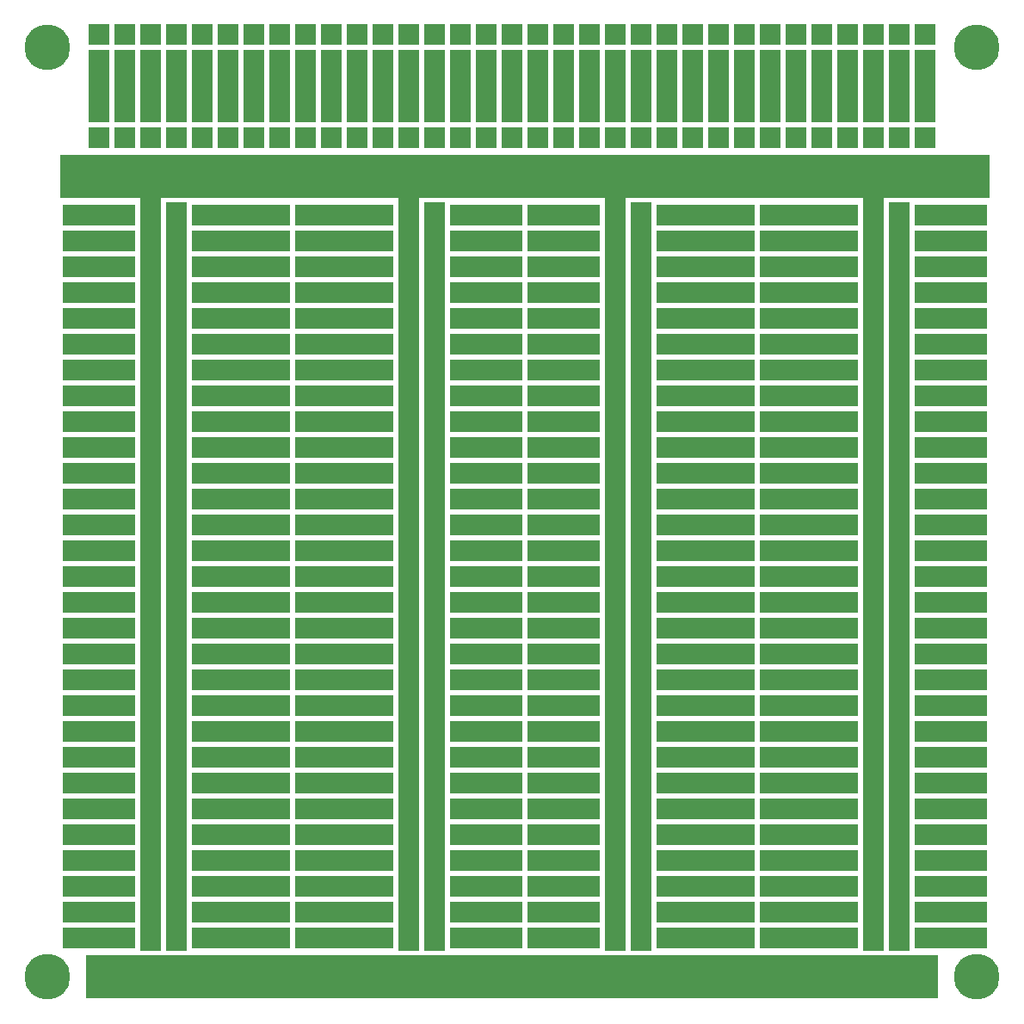
<source format=gbl>
G04 #@! TF.FileFunction,Copper,L2,Bot,Signal*
%FSLAX46Y46*%
G04 Gerber Fmt 4.6, Leading zero omitted, Abs format (unit mm)*
G04 Created by KiCad (PCBNEW (after 2015-mar-04 BZR unknown)-product) date Mon 01 Jun 2015 23:33:07 BST*
%MOMM*%
G01*
G04 APERTURE LIST*
%ADD10C,0.150000*%
%ADD11R,2.032000X2.540000*%
%ADD12R,2.032000X2.032000*%
%ADD13R,3.048000X2.032000*%
%ADD14R,2.540000X2.286000*%
%ADD15R,3.048000X2.286000*%
%ADD16C,4.500880*%
G04 APERTURE END LIST*
D10*
D11*
X87630000Y-91440000D03*
X85090000Y-91440000D03*
D12*
X82550000Y-91440000D03*
D13*
X80010000Y-91440000D03*
X77470000Y-91440000D03*
D12*
X74930000Y-91440000D03*
X95250000Y-91440000D03*
D13*
X92710000Y-91440000D03*
D12*
X90170000Y-91440000D03*
D11*
X41910000Y-91440000D03*
X39370000Y-91440000D03*
D12*
X36830000Y-91440000D03*
D13*
X34290000Y-91440000D03*
X31750000Y-91440000D03*
D12*
X29210000Y-91440000D03*
X49530000Y-91440000D03*
D13*
X46990000Y-91440000D03*
D12*
X44450000Y-91440000D03*
D11*
X62230000Y-40640000D03*
X59690000Y-40640000D03*
D12*
X72390000Y-40640000D03*
D13*
X69850000Y-40640000D03*
X67310000Y-40640000D03*
D12*
X64770000Y-40640000D03*
X57150000Y-40640000D03*
D13*
X54610000Y-40640000D03*
D12*
X52070000Y-40640000D03*
D14*
X85090000Y-15494000D03*
X87630000Y-15494000D03*
X90170000Y-15494000D03*
X92710000Y-15494000D03*
X95250000Y-15494000D03*
X82550000Y-15494000D03*
X80010000Y-15494000D03*
X77470000Y-15494000D03*
X74930000Y-15494000D03*
D15*
X82550000Y-17526000D03*
D11*
X85090000Y-17780000D03*
D15*
X87630000Y-17526000D03*
D14*
X80010000Y-17526000D03*
X77470000Y-17526000D03*
X74930000Y-17526000D03*
X90170000Y-17526000D03*
X92710000Y-17526000D03*
X95250000Y-17526000D03*
X8890000Y-96266000D03*
X8890000Y-94234000D03*
D11*
X16510000Y-27940000D03*
X13970000Y-27940000D03*
D12*
X26670000Y-27940000D03*
D13*
X24130000Y-27940000D03*
X21590000Y-27940000D03*
D12*
X19050000Y-27940000D03*
X11430000Y-27940000D03*
D13*
X8890000Y-27940000D03*
D12*
X6350000Y-27940000D03*
D11*
X16510000Y-25400000D03*
X13970000Y-25400000D03*
D12*
X26670000Y-25400000D03*
D13*
X24130000Y-25400000D03*
X21590000Y-25400000D03*
D12*
X19050000Y-25400000D03*
X11430000Y-25400000D03*
D13*
X8890000Y-25400000D03*
D12*
X6350000Y-25400000D03*
D11*
X16510000Y-22860000D03*
X13970000Y-22860000D03*
D12*
X26670000Y-22860000D03*
D13*
X24130000Y-22860000D03*
X21590000Y-22860000D03*
D12*
X19050000Y-22860000D03*
X11430000Y-22860000D03*
D13*
X8890000Y-22860000D03*
D12*
X6350000Y-22860000D03*
D11*
X41910000Y-27940000D03*
X39370000Y-27940000D03*
D12*
X36830000Y-27940000D03*
D13*
X34290000Y-27940000D03*
X31750000Y-27940000D03*
D12*
X29210000Y-27940000D03*
X49530000Y-27940000D03*
D13*
X46990000Y-27940000D03*
D12*
X44450000Y-27940000D03*
D11*
X41910000Y-25400000D03*
X39370000Y-25400000D03*
D12*
X36830000Y-25400000D03*
D13*
X34290000Y-25400000D03*
X31750000Y-25400000D03*
D12*
X29210000Y-25400000D03*
X49530000Y-25400000D03*
D13*
X46990000Y-25400000D03*
D12*
X44450000Y-25400000D03*
D11*
X41910000Y-22860000D03*
X39370000Y-22860000D03*
D12*
X36830000Y-22860000D03*
D13*
X34290000Y-22860000D03*
X31750000Y-22860000D03*
D12*
X29210000Y-22860000D03*
X49530000Y-22860000D03*
D13*
X46990000Y-22860000D03*
D12*
X44450000Y-22860000D03*
D11*
X62230000Y-27940000D03*
X59690000Y-27940000D03*
D12*
X72390000Y-27940000D03*
D13*
X69850000Y-27940000D03*
X67310000Y-27940000D03*
D12*
X64770000Y-27940000D03*
X57150000Y-27940000D03*
D13*
X54610000Y-27940000D03*
D12*
X52070000Y-27940000D03*
D11*
X62230000Y-25400000D03*
X59690000Y-25400000D03*
D12*
X72390000Y-25400000D03*
D13*
X69850000Y-25400000D03*
X67310000Y-25400000D03*
D12*
X64770000Y-25400000D03*
X57150000Y-25400000D03*
D13*
X54610000Y-25400000D03*
D12*
X52070000Y-25400000D03*
D11*
X62230000Y-22860000D03*
X59690000Y-22860000D03*
D12*
X72390000Y-22860000D03*
D13*
X69850000Y-22860000D03*
X67310000Y-22860000D03*
D12*
X64770000Y-22860000D03*
X57150000Y-22860000D03*
D13*
X54610000Y-22860000D03*
D12*
X52070000Y-22860000D03*
D11*
X87630000Y-27940000D03*
X85090000Y-27940000D03*
D12*
X82550000Y-27940000D03*
D13*
X80010000Y-27940000D03*
X77470000Y-27940000D03*
D12*
X74930000Y-27940000D03*
X95250000Y-27940000D03*
D13*
X92710000Y-27940000D03*
D12*
X90170000Y-27940000D03*
D11*
X87630000Y-25400000D03*
X85090000Y-25400000D03*
D12*
X82550000Y-25400000D03*
D13*
X80010000Y-25400000D03*
X77470000Y-25400000D03*
D12*
X74930000Y-25400000D03*
X95250000Y-25400000D03*
D13*
X92710000Y-25400000D03*
D12*
X90170000Y-25400000D03*
D11*
X87630000Y-22860000D03*
X85090000Y-22860000D03*
D12*
X82550000Y-22860000D03*
D13*
X80010000Y-22860000D03*
X77470000Y-22860000D03*
D12*
X74930000Y-22860000D03*
X95250000Y-22860000D03*
D13*
X92710000Y-22860000D03*
D12*
X90170000Y-22860000D03*
D14*
X11430000Y-96266000D03*
X11430000Y-94234000D03*
X90170000Y-96266000D03*
X90170000Y-94234000D03*
X87630000Y-96266000D03*
X87630000Y-94234000D03*
X85090000Y-96266000D03*
X85090000Y-94234000D03*
X82550000Y-96266000D03*
X82550000Y-94234000D03*
X80010000Y-96266000D03*
X80010000Y-94234000D03*
X77470000Y-96266000D03*
X77470000Y-94234000D03*
X74930000Y-96266000D03*
X74930000Y-94234000D03*
X72390000Y-96266000D03*
X72390000Y-94234000D03*
X69850000Y-96266000D03*
X69850000Y-94234000D03*
X67310000Y-96266000D03*
X67310000Y-94234000D03*
X64770000Y-96266000D03*
X64770000Y-94234000D03*
X62230000Y-96266000D03*
X62230000Y-94234000D03*
X59690000Y-96266000D03*
X59690000Y-94234000D03*
X57150000Y-96266000D03*
X57150000Y-94234000D03*
X54610000Y-96266000D03*
X54610000Y-94234000D03*
X52070000Y-96266000D03*
X52070000Y-94234000D03*
X49530000Y-96266000D03*
X49530000Y-94234000D03*
X46990000Y-96266000D03*
X46990000Y-94234000D03*
X44450000Y-96266000D03*
X44450000Y-94234000D03*
X41910000Y-96266000D03*
X41910000Y-94234000D03*
X39370000Y-96266000D03*
X39370000Y-94234000D03*
X36830000Y-96266000D03*
X36830000Y-94234000D03*
X34290000Y-96266000D03*
X34290000Y-94234000D03*
X31750000Y-96266000D03*
X31750000Y-94234000D03*
X29210000Y-96266000D03*
X29210000Y-94234000D03*
X26670000Y-96266000D03*
X26670000Y-94234000D03*
X24130000Y-96266000D03*
X24130000Y-94234000D03*
X21590000Y-96266000D03*
X21590000Y-94234000D03*
X19050000Y-96266000D03*
X19050000Y-94234000D03*
X16510000Y-96266000D03*
X16510000Y-94234000D03*
D16*
X95250000Y-3810000D03*
X95250000Y-95250000D03*
X3810000Y-95250000D03*
X3810000Y-3810000D03*
D11*
X16510000Y-88900000D03*
X13970000Y-88900000D03*
D12*
X26670000Y-88900000D03*
D13*
X24130000Y-88900000D03*
X21590000Y-88900000D03*
D12*
X19050000Y-88900000D03*
X11430000Y-88900000D03*
D13*
X8890000Y-88900000D03*
D12*
X6350000Y-88900000D03*
D11*
X16510000Y-86360000D03*
X13970000Y-86360000D03*
D12*
X26670000Y-86360000D03*
D13*
X24130000Y-86360000D03*
X21590000Y-86360000D03*
D12*
X19050000Y-86360000D03*
X11430000Y-86360000D03*
D13*
X8890000Y-86360000D03*
D12*
X6350000Y-86360000D03*
D11*
X16510000Y-83820000D03*
X13970000Y-83820000D03*
D12*
X26670000Y-83820000D03*
D13*
X24130000Y-83820000D03*
X21590000Y-83820000D03*
D12*
X19050000Y-83820000D03*
X11430000Y-83820000D03*
D13*
X8890000Y-83820000D03*
D12*
X6350000Y-83820000D03*
D11*
X16510000Y-81280000D03*
X13970000Y-81280000D03*
D12*
X26670000Y-81280000D03*
D13*
X24130000Y-81280000D03*
X21590000Y-81280000D03*
D12*
X19050000Y-81280000D03*
X11430000Y-81280000D03*
D13*
X8890000Y-81280000D03*
D12*
X6350000Y-81280000D03*
D11*
X16510000Y-78740000D03*
X13970000Y-78740000D03*
D12*
X26670000Y-78740000D03*
D13*
X24130000Y-78740000D03*
X21590000Y-78740000D03*
D12*
X19050000Y-78740000D03*
X11430000Y-78740000D03*
D13*
X8890000Y-78740000D03*
D12*
X6350000Y-78740000D03*
D11*
X16510000Y-76200000D03*
X13970000Y-76200000D03*
D12*
X26670000Y-76200000D03*
D13*
X24130000Y-76200000D03*
X21590000Y-76200000D03*
D12*
X19050000Y-76200000D03*
X11430000Y-76200000D03*
D13*
X8890000Y-76200000D03*
D12*
X6350000Y-76200000D03*
D11*
X16510000Y-73660000D03*
X13970000Y-73660000D03*
D12*
X26670000Y-73660000D03*
D13*
X24130000Y-73660000D03*
X21590000Y-73660000D03*
D12*
X19050000Y-73660000D03*
X11430000Y-73660000D03*
D13*
X8890000Y-73660000D03*
D12*
X6350000Y-73660000D03*
D11*
X16510000Y-71120000D03*
X13970000Y-71120000D03*
D12*
X26670000Y-71120000D03*
D13*
X24130000Y-71120000D03*
X21590000Y-71120000D03*
D12*
X19050000Y-71120000D03*
X11430000Y-71120000D03*
D13*
X8890000Y-71120000D03*
D12*
X6350000Y-71120000D03*
D11*
X16510000Y-68580000D03*
X13970000Y-68580000D03*
D12*
X26670000Y-68580000D03*
D13*
X24130000Y-68580000D03*
X21590000Y-68580000D03*
D12*
X19050000Y-68580000D03*
X11430000Y-68580000D03*
D13*
X8890000Y-68580000D03*
D12*
X6350000Y-68580000D03*
D11*
X16510000Y-66040000D03*
X13970000Y-66040000D03*
D12*
X26670000Y-66040000D03*
D13*
X24130000Y-66040000D03*
X21590000Y-66040000D03*
D12*
X19050000Y-66040000D03*
X11430000Y-66040000D03*
D13*
X8890000Y-66040000D03*
D12*
X6350000Y-66040000D03*
D11*
X16510000Y-63500000D03*
X13970000Y-63500000D03*
D12*
X26670000Y-63500000D03*
D13*
X24130000Y-63500000D03*
X21590000Y-63500000D03*
D12*
X19050000Y-63500000D03*
X11430000Y-63500000D03*
D13*
X8890000Y-63500000D03*
D12*
X6350000Y-63500000D03*
D11*
X16510000Y-60960000D03*
X13970000Y-60960000D03*
D12*
X26670000Y-60960000D03*
D13*
X24130000Y-60960000D03*
X21590000Y-60960000D03*
D12*
X19050000Y-60960000D03*
X11430000Y-60960000D03*
D13*
X8890000Y-60960000D03*
D12*
X6350000Y-60960000D03*
D11*
X16510000Y-58420000D03*
X13970000Y-58420000D03*
D12*
X26670000Y-58420000D03*
D13*
X24130000Y-58420000D03*
X21590000Y-58420000D03*
D12*
X19050000Y-58420000D03*
X11430000Y-58420000D03*
D13*
X8890000Y-58420000D03*
D12*
X6350000Y-58420000D03*
D11*
X16510000Y-55880000D03*
X13970000Y-55880000D03*
D12*
X26670000Y-55880000D03*
D13*
X24130000Y-55880000D03*
X21590000Y-55880000D03*
D12*
X19050000Y-55880000D03*
X11430000Y-55880000D03*
D13*
X8890000Y-55880000D03*
D12*
X6350000Y-55880000D03*
D11*
X16510000Y-53340000D03*
X13970000Y-53340000D03*
D12*
X26670000Y-53340000D03*
D13*
X24130000Y-53340000D03*
X21590000Y-53340000D03*
D12*
X19050000Y-53340000D03*
X11430000Y-53340000D03*
D13*
X8890000Y-53340000D03*
D12*
X6350000Y-53340000D03*
D11*
X16510000Y-50800000D03*
X13970000Y-50800000D03*
D12*
X26670000Y-50800000D03*
D13*
X24130000Y-50800000D03*
X21590000Y-50800000D03*
D12*
X19050000Y-50800000D03*
X11430000Y-50800000D03*
D13*
X8890000Y-50800000D03*
D12*
X6350000Y-50800000D03*
D11*
X16510000Y-48260000D03*
X13970000Y-48260000D03*
D12*
X26670000Y-48260000D03*
D13*
X24130000Y-48260000D03*
X21590000Y-48260000D03*
D12*
X19050000Y-48260000D03*
X11430000Y-48260000D03*
D13*
X8890000Y-48260000D03*
D12*
X6350000Y-48260000D03*
D11*
X16510000Y-45720000D03*
X13970000Y-45720000D03*
D12*
X26670000Y-45720000D03*
D13*
X24130000Y-45720000D03*
X21590000Y-45720000D03*
D12*
X19050000Y-45720000D03*
X11430000Y-45720000D03*
D13*
X8890000Y-45720000D03*
D12*
X6350000Y-45720000D03*
D11*
X16510000Y-43180000D03*
X13970000Y-43180000D03*
D12*
X26670000Y-43180000D03*
D13*
X24130000Y-43180000D03*
X21590000Y-43180000D03*
D12*
X19050000Y-43180000D03*
X11430000Y-43180000D03*
D13*
X8890000Y-43180000D03*
D12*
X6350000Y-43180000D03*
D11*
X16510000Y-40640000D03*
X13970000Y-40640000D03*
D12*
X26670000Y-40640000D03*
D13*
X24130000Y-40640000D03*
X21590000Y-40640000D03*
D12*
X19050000Y-40640000D03*
X11430000Y-40640000D03*
D13*
X8890000Y-40640000D03*
D12*
X6350000Y-40640000D03*
D11*
X16510000Y-38100000D03*
X13970000Y-38100000D03*
D12*
X26670000Y-38100000D03*
D13*
X24130000Y-38100000D03*
X21590000Y-38100000D03*
D12*
X19050000Y-38100000D03*
X11430000Y-38100000D03*
D13*
X8890000Y-38100000D03*
D12*
X6350000Y-38100000D03*
D11*
X16510000Y-35560000D03*
X13970000Y-35560000D03*
D12*
X26670000Y-35560000D03*
D13*
X24130000Y-35560000D03*
X21590000Y-35560000D03*
D12*
X19050000Y-35560000D03*
X11430000Y-35560000D03*
D13*
X8890000Y-35560000D03*
D12*
X6350000Y-35560000D03*
D11*
X16510000Y-33020000D03*
X13970000Y-33020000D03*
D12*
X26670000Y-33020000D03*
D13*
X24130000Y-33020000D03*
X21590000Y-33020000D03*
D12*
X19050000Y-33020000D03*
X11430000Y-33020000D03*
D13*
X8890000Y-33020000D03*
D12*
X6350000Y-33020000D03*
D11*
X16510000Y-30480000D03*
X13970000Y-30480000D03*
D12*
X26670000Y-30480000D03*
D13*
X24130000Y-30480000D03*
X21590000Y-30480000D03*
D12*
X19050000Y-30480000D03*
X11430000Y-30480000D03*
D13*
X8890000Y-30480000D03*
D12*
X6350000Y-30480000D03*
D11*
X16510000Y-20320000D03*
X13970000Y-20320000D03*
D12*
X26670000Y-20320000D03*
D13*
X24130000Y-20320000D03*
X21590000Y-20320000D03*
D12*
X19050000Y-20320000D03*
X11430000Y-20320000D03*
D13*
X8890000Y-20320000D03*
D12*
X6350000Y-20320000D03*
D11*
X16510000Y-20320000D03*
X13970000Y-20320000D03*
D12*
X26670000Y-20320000D03*
D13*
X24130000Y-20320000D03*
X21590000Y-20320000D03*
D12*
X19050000Y-20320000D03*
X11430000Y-20320000D03*
D13*
X8890000Y-20320000D03*
D12*
X6350000Y-20320000D03*
D11*
X16510000Y-30480000D03*
X13970000Y-30480000D03*
D12*
X26670000Y-30480000D03*
D13*
X24130000Y-30480000D03*
X21590000Y-30480000D03*
D12*
X19050000Y-30480000D03*
X11430000Y-30480000D03*
D13*
X8890000Y-30480000D03*
D12*
X6350000Y-30480000D03*
D11*
X16510000Y-33020000D03*
X13970000Y-33020000D03*
D12*
X26670000Y-33020000D03*
D13*
X24130000Y-33020000D03*
X21590000Y-33020000D03*
D12*
X19050000Y-33020000D03*
X11430000Y-33020000D03*
D13*
X8890000Y-33020000D03*
D12*
X6350000Y-33020000D03*
D11*
X16510000Y-35560000D03*
X13970000Y-35560000D03*
D12*
X26670000Y-35560000D03*
D13*
X24130000Y-35560000D03*
X21590000Y-35560000D03*
D12*
X19050000Y-35560000D03*
X11430000Y-35560000D03*
D13*
X8890000Y-35560000D03*
D12*
X6350000Y-35560000D03*
D11*
X16510000Y-38100000D03*
X13970000Y-38100000D03*
D12*
X26670000Y-38100000D03*
D13*
X24130000Y-38100000D03*
X21590000Y-38100000D03*
D12*
X19050000Y-38100000D03*
X11430000Y-38100000D03*
D13*
X8890000Y-38100000D03*
D12*
X6350000Y-38100000D03*
D11*
X16510000Y-40640000D03*
X13970000Y-40640000D03*
D12*
X26670000Y-40640000D03*
D13*
X24130000Y-40640000D03*
X21590000Y-40640000D03*
D12*
X19050000Y-40640000D03*
X11430000Y-40640000D03*
D13*
X8890000Y-40640000D03*
D12*
X6350000Y-40640000D03*
D11*
X16510000Y-43180000D03*
X13970000Y-43180000D03*
D12*
X26670000Y-43180000D03*
D13*
X24130000Y-43180000D03*
X21590000Y-43180000D03*
D12*
X19050000Y-43180000D03*
X11430000Y-43180000D03*
D13*
X8890000Y-43180000D03*
D12*
X6350000Y-43180000D03*
D11*
X16510000Y-45720000D03*
X13970000Y-45720000D03*
D12*
X26670000Y-45720000D03*
D13*
X24130000Y-45720000D03*
X21590000Y-45720000D03*
D12*
X19050000Y-45720000D03*
X11430000Y-45720000D03*
D13*
X8890000Y-45720000D03*
D12*
X6350000Y-45720000D03*
D11*
X16510000Y-48260000D03*
X13970000Y-48260000D03*
D12*
X26670000Y-48260000D03*
D13*
X24130000Y-48260000D03*
X21590000Y-48260000D03*
D12*
X19050000Y-48260000D03*
X11430000Y-48260000D03*
D13*
X8890000Y-48260000D03*
D12*
X6350000Y-48260000D03*
D11*
X16510000Y-50800000D03*
X13970000Y-50800000D03*
D12*
X26670000Y-50800000D03*
D13*
X24130000Y-50800000D03*
X21590000Y-50800000D03*
D12*
X19050000Y-50800000D03*
X11430000Y-50800000D03*
D13*
X8890000Y-50800000D03*
D12*
X6350000Y-50800000D03*
D11*
X16510000Y-53340000D03*
X13970000Y-53340000D03*
D12*
X26670000Y-53340000D03*
D13*
X24130000Y-53340000D03*
X21590000Y-53340000D03*
D12*
X19050000Y-53340000D03*
X11430000Y-53340000D03*
D13*
X8890000Y-53340000D03*
D12*
X6350000Y-53340000D03*
D11*
X16510000Y-55880000D03*
X13970000Y-55880000D03*
D12*
X26670000Y-55880000D03*
D13*
X24130000Y-55880000D03*
X21590000Y-55880000D03*
D12*
X19050000Y-55880000D03*
X11430000Y-55880000D03*
D13*
X8890000Y-55880000D03*
D12*
X6350000Y-55880000D03*
D11*
X16510000Y-58420000D03*
X13970000Y-58420000D03*
D12*
X26670000Y-58420000D03*
D13*
X24130000Y-58420000D03*
X21590000Y-58420000D03*
D12*
X19050000Y-58420000D03*
X11430000Y-58420000D03*
D13*
X8890000Y-58420000D03*
D12*
X6350000Y-58420000D03*
D11*
X16510000Y-60960000D03*
X13970000Y-60960000D03*
D12*
X26670000Y-60960000D03*
D13*
X24130000Y-60960000D03*
X21590000Y-60960000D03*
D12*
X19050000Y-60960000D03*
X11430000Y-60960000D03*
D13*
X8890000Y-60960000D03*
D12*
X6350000Y-60960000D03*
D11*
X16510000Y-63500000D03*
X13970000Y-63500000D03*
D12*
X26670000Y-63500000D03*
D13*
X24130000Y-63500000D03*
X21590000Y-63500000D03*
D12*
X19050000Y-63500000D03*
X11430000Y-63500000D03*
D13*
X8890000Y-63500000D03*
D12*
X6350000Y-63500000D03*
D11*
X16510000Y-66040000D03*
X13970000Y-66040000D03*
D12*
X26670000Y-66040000D03*
D13*
X24130000Y-66040000D03*
X21590000Y-66040000D03*
D12*
X19050000Y-66040000D03*
X11430000Y-66040000D03*
D13*
X8890000Y-66040000D03*
D12*
X6350000Y-66040000D03*
D11*
X16510000Y-68580000D03*
X13970000Y-68580000D03*
D12*
X26670000Y-68580000D03*
D13*
X24130000Y-68580000D03*
X21590000Y-68580000D03*
D12*
X19050000Y-68580000D03*
X11430000Y-68580000D03*
D13*
X8890000Y-68580000D03*
D12*
X6350000Y-68580000D03*
D11*
X16510000Y-71120000D03*
X13970000Y-71120000D03*
D12*
X26670000Y-71120000D03*
D13*
X24130000Y-71120000D03*
X21590000Y-71120000D03*
D12*
X19050000Y-71120000D03*
X11430000Y-71120000D03*
D13*
X8890000Y-71120000D03*
D12*
X6350000Y-71120000D03*
D11*
X16510000Y-73660000D03*
X13970000Y-73660000D03*
D12*
X26670000Y-73660000D03*
D13*
X24130000Y-73660000D03*
X21590000Y-73660000D03*
D12*
X19050000Y-73660000D03*
X11430000Y-73660000D03*
D13*
X8890000Y-73660000D03*
D12*
X6350000Y-73660000D03*
D11*
X16510000Y-76200000D03*
X13970000Y-76200000D03*
D12*
X26670000Y-76200000D03*
D13*
X24130000Y-76200000D03*
X21590000Y-76200000D03*
D12*
X19050000Y-76200000D03*
X11430000Y-76200000D03*
D13*
X8890000Y-76200000D03*
D12*
X6350000Y-76200000D03*
D11*
X16510000Y-78740000D03*
X13970000Y-78740000D03*
D12*
X26670000Y-78740000D03*
D13*
X24130000Y-78740000D03*
X21590000Y-78740000D03*
D12*
X19050000Y-78740000D03*
X11430000Y-78740000D03*
D13*
X8890000Y-78740000D03*
D12*
X6350000Y-78740000D03*
D11*
X16510000Y-81280000D03*
X13970000Y-81280000D03*
D12*
X26670000Y-81280000D03*
D13*
X24130000Y-81280000D03*
X21590000Y-81280000D03*
D12*
X19050000Y-81280000D03*
X11430000Y-81280000D03*
D13*
X8890000Y-81280000D03*
D12*
X6350000Y-81280000D03*
D11*
X16510000Y-83820000D03*
X13970000Y-83820000D03*
D12*
X26670000Y-83820000D03*
D13*
X24130000Y-83820000D03*
X21590000Y-83820000D03*
D12*
X19050000Y-83820000D03*
X11430000Y-83820000D03*
D13*
X8890000Y-83820000D03*
D12*
X6350000Y-83820000D03*
D11*
X16510000Y-86360000D03*
X13970000Y-86360000D03*
D12*
X26670000Y-86360000D03*
D13*
X24130000Y-86360000D03*
X21590000Y-86360000D03*
D12*
X19050000Y-86360000D03*
X11430000Y-86360000D03*
D13*
X8890000Y-86360000D03*
D12*
X6350000Y-86360000D03*
D11*
X16510000Y-91440000D03*
X13970000Y-91440000D03*
D12*
X26670000Y-91440000D03*
D13*
X24130000Y-91440000D03*
X21590000Y-91440000D03*
D12*
X19050000Y-91440000D03*
X11430000Y-91440000D03*
D13*
X8890000Y-91440000D03*
D12*
X6350000Y-91440000D03*
D11*
X62230000Y-88900000D03*
X59690000Y-88900000D03*
D12*
X72390000Y-88900000D03*
D13*
X69850000Y-88900000D03*
X67310000Y-88900000D03*
D12*
X64770000Y-88900000D03*
X57150000Y-88900000D03*
D13*
X54610000Y-88900000D03*
D12*
X52070000Y-88900000D03*
D11*
X62230000Y-86360000D03*
X59690000Y-86360000D03*
D12*
X72390000Y-86360000D03*
D13*
X69850000Y-86360000D03*
X67310000Y-86360000D03*
D12*
X64770000Y-86360000D03*
X57150000Y-86360000D03*
D13*
X54610000Y-86360000D03*
D12*
X52070000Y-86360000D03*
D11*
X62230000Y-83820000D03*
X59690000Y-83820000D03*
D12*
X72390000Y-83820000D03*
D13*
X69850000Y-83820000D03*
X67310000Y-83820000D03*
D12*
X64770000Y-83820000D03*
X57150000Y-83820000D03*
D13*
X54610000Y-83820000D03*
D12*
X52070000Y-83820000D03*
D11*
X62230000Y-81280000D03*
X59690000Y-81280000D03*
D12*
X72390000Y-81280000D03*
D13*
X69850000Y-81280000D03*
X67310000Y-81280000D03*
D12*
X64770000Y-81280000D03*
X57150000Y-81280000D03*
D13*
X54610000Y-81280000D03*
D12*
X52070000Y-81280000D03*
D11*
X62230000Y-78740000D03*
X59690000Y-78740000D03*
D12*
X72390000Y-78740000D03*
D13*
X69850000Y-78740000D03*
X67310000Y-78740000D03*
D12*
X64770000Y-78740000D03*
X57150000Y-78740000D03*
D13*
X54610000Y-78740000D03*
D12*
X52070000Y-78740000D03*
D11*
X62230000Y-76200000D03*
X59690000Y-76200000D03*
D12*
X72390000Y-76200000D03*
D13*
X69850000Y-76200000D03*
X67310000Y-76200000D03*
D12*
X64770000Y-76200000D03*
X57150000Y-76200000D03*
D13*
X54610000Y-76200000D03*
D12*
X52070000Y-76200000D03*
D11*
X62230000Y-73660000D03*
X59690000Y-73660000D03*
D12*
X72390000Y-73660000D03*
D13*
X69850000Y-73660000D03*
X67310000Y-73660000D03*
D12*
X64770000Y-73660000D03*
X57150000Y-73660000D03*
D13*
X54610000Y-73660000D03*
D12*
X52070000Y-73660000D03*
D11*
X62230000Y-71120000D03*
X59690000Y-71120000D03*
D12*
X72390000Y-71120000D03*
D13*
X69850000Y-71120000D03*
X67310000Y-71120000D03*
D12*
X64770000Y-71120000D03*
X57150000Y-71120000D03*
D13*
X54610000Y-71120000D03*
D12*
X52070000Y-71120000D03*
D11*
X62230000Y-68580000D03*
X59690000Y-68580000D03*
D12*
X72390000Y-68580000D03*
D13*
X69850000Y-68580000D03*
X67310000Y-68580000D03*
D12*
X64770000Y-68580000D03*
X57150000Y-68580000D03*
D13*
X54610000Y-68580000D03*
D12*
X52070000Y-68580000D03*
D11*
X62230000Y-66040000D03*
X59690000Y-66040000D03*
D12*
X72390000Y-66040000D03*
D13*
X69850000Y-66040000D03*
X67310000Y-66040000D03*
D12*
X64770000Y-66040000D03*
X57150000Y-66040000D03*
D13*
X54610000Y-66040000D03*
D12*
X52070000Y-66040000D03*
D11*
X62230000Y-63500000D03*
X59690000Y-63500000D03*
D12*
X72390000Y-63500000D03*
D13*
X69850000Y-63500000D03*
X67310000Y-63500000D03*
D12*
X64770000Y-63500000D03*
X57150000Y-63500000D03*
D13*
X54610000Y-63500000D03*
D12*
X52070000Y-63500000D03*
D11*
X62230000Y-60960000D03*
X59690000Y-60960000D03*
D12*
X72390000Y-60960000D03*
D13*
X69850000Y-60960000D03*
X67310000Y-60960000D03*
D12*
X64770000Y-60960000D03*
X57150000Y-60960000D03*
D13*
X54610000Y-60960000D03*
D12*
X52070000Y-60960000D03*
D11*
X62230000Y-58420000D03*
X59690000Y-58420000D03*
D12*
X72390000Y-58420000D03*
D13*
X69850000Y-58420000D03*
X67310000Y-58420000D03*
D12*
X64770000Y-58420000D03*
X57150000Y-58420000D03*
D13*
X54610000Y-58420000D03*
D12*
X52070000Y-58420000D03*
D11*
X62230000Y-55880000D03*
X59690000Y-55880000D03*
D12*
X72390000Y-55880000D03*
D13*
X69850000Y-55880000D03*
X67310000Y-55880000D03*
D12*
X64770000Y-55880000D03*
X57150000Y-55880000D03*
D13*
X54610000Y-55880000D03*
D12*
X52070000Y-55880000D03*
D11*
X62230000Y-53340000D03*
X59690000Y-53340000D03*
D12*
X72390000Y-53340000D03*
D13*
X69850000Y-53340000D03*
X67310000Y-53340000D03*
D12*
X64770000Y-53340000D03*
X57150000Y-53340000D03*
D13*
X54610000Y-53340000D03*
D12*
X52070000Y-53340000D03*
D11*
X62230000Y-50800000D03*
X59690000Y-50800000D03*
D12*
X72390000Y-50800000D03*
D13*
X69850000Y-50800000D03*
X67310000Y-50800000D03*
D12*
X64770000Y-50800000D03*
X57150000Y-50800000D03*
D13*
X54610000Y-50800000D03*
D12*
X52070000Y-50800000D03*
D11*
X62230000Y-48260000D03*
X59690000Y-48260000D03*
D12*
X72390000Y-48260000D03*
D13*
X69850000Y-48260000D03*
X67310000Y-48260000D03*
D12*
X64770000Y-48260000D03*
X57150000Y-48260000D03*
D13*
X54610000Y-48260000D03*
D12*
X52070000Y-48260000D03*
D11*
X62230000Y-45720000D03*
X59690000Y-45720000D03*
D12*
X72390000Y-45720000D03*
D13*
X69850000Y-45720000D03*
X67310000Y-45720000D03*
D12*
X64770000Y-45720000D03*
X57150000Y-45720000D03*
D13*
X54610000Y-45720000D03*
D12*
X52070000Y-45720000D03*
D11*
X62230000Y-43180000D03*
X59690000Y-43180000D03*
D12*
X72390000Y-43180000D03*
D13*
X69850000Y-43180000D03*
X67310000Y-43180000D03*
D12*
X64770000Y-43180000D03*
X57150000Y-43180000D03*
D13*
X54610000Y-43180000D03*
D12*
X52070000Y-43180000D03*
D11*
X62230000Y-40640000D03*
X59690000Y-40640000D03*
D12*
X72390000Y-40640000D03*
D13*
X69850000Y-40640000D03*
X67310000Y-40640000D03*
D12*
X64770000Y-40640000D03*
X57150000Y-40640000D03*
D13*
X54610000Y-40640000D03*
D12*
X52070000Y-40640000D03*
D11*
X62230000Y-38100000D03*
X59690000Y-38100000D03*
D12*
X72390000Y-38100000D03*
D13*
X69850000Y-38100000D03*
X67310000Y-38100000D03*
D12*
X64770000Y-38100000D03*
X57150000Y-38100000D03*
D13*
X54610000Y-38100000D03*
D12*
X52070000Y-38100000D03*
D11*
X62230000Y-35560000D03*
X59690000Y-35560000D03*
D12*
X72390000Y-35560000D03*
D13*
X69850000Y-35560000D03*
X67310000Y-35560000D03*
D12*
X64770000Y-35560000D03*
X57150000Y-35560000D03*
D13*
X54610000Y-35560000D03*
D12*
X52070000Y-35560000D03*
D11*
X62230000Y-33020000D03*
X59690000Y-33020000D03*
D12*
X72390000Y-33020000D03*
D13*
X69850000Y-33020000D03*
X67310000Y-33020000D03*
D12*
X64770000Y-33020000D03*
X57150000Y-33020000D03*
D13*
X54610000Y-33020000D03*
D12*
X52070000Y-33020000D03*
D11*
X62230000Y-30480000D03*
X59690000Y-30480000D03*
D12*
X72390000Y-30480000D03*
D13*
X69850000Y-30480000D03*
X67310000Y-30480000D03*
D12*
X64770000Y-30480000D03*
X57150000Y-30480000D03*
D13*
X54610000Y-30480000D03*
D12*
X52070000Y-30480000D03*
D11*
X62230000Y-20320000D03*
X59690000Y-20320000D03*
D12*
X72390000Y-20320000D03*
D13*
X69850000Y-20320000D03*
X67310000Y-20320000D03*
D12*
X64770000Y-20320000D03*
X57150000Y-20320000D03*
D13*
X54610000Y-20320000D03*
D12*
X52070000Y-20320000D03*
D11*
X62230000Y-20320000D03*
X59690000Y-20320000D03*
D12*
X72390000Y-20320000D03*
D13*
X69850000Y-20320000D03*
X67310000Y-20320000D03*
D12*
X64770000Y-20320000D03*
X57150000Y-20320000D03*
D13*
X54610000Y-20320000D03*
D12*
X52070000Y-20320000D03*
D11*
X62230000Y-30480000D03*
X59690000Y-30480000D03*
D12*
X72390000Y-30480000D03*
D13*
X69850000Y-30480000D03*
X67310000Y-30480000D03*
D12*
X64770000Y-30480000D03*
X57150000Y-30480000D03*
D13*
X54610000Y-30480000D03*
D12*
X52070000Y-30480000D03*
D11*
X62230000Y-33020000D03*
X59690000Y-33020000D03*
D12*
X72390000Y-33020000D03*
D13*
X69850000Y-33020000D03*
X67310000Y-33020000D03*
D12*
X64770000Y-33020000D03*
X57150000Y-33020000D03*
D13*
X54610000Y-33020000D03*
D12*
X52070000Y-33020000D03*
D11*
X62230000Y-35560000D03*
X59690000Y-35560000D03*
D12*
X72390000Y-35560000D03*
D13*
X69850000Y-35560000D03*
X67310000Y-35560000D03*
D12*
X64770000Y-35560000D03*
X57150000Y-35560000D03*
D13*
X54610000Y-35560000D03*
D12*
X52070000Y-35560000D03*
D11*
X62230000Y-38100000D03*
X59690000Y-38100000D03*
D12*
X72390000Y-38100000D03*
D13*
X69850000Y-38100000D03*
X67310000Y-38100000D03*
D12*
X64770000Y-38100000D03*
X57150000Y-38100000D03*
D13*
X54610000Y-38100000D03*
D12*
X52070000Y-38100000D03*
D11*
X62230000Y-40640000D03*
X59690000Y-40640000D03*
D12*
X72390000Y-40640000D03*
D13*
X69850000Y-40640000D03*
X67310000Y-40640000D03*
D12*
X64770000Y-40640000D03*
X57150000Y-40640000D03*
D13*
X54610000Y-40640000D03*
D12*
X52070000Y-40640000D03*
D11*
X62230000Y-43180000D03*
X59690000Y-43180000D03*
D12*
X72390000Y-43180000D03*
D13*
X69850000Y-43180000D03*
X67310000Y-43180000D03*
D12*
X64770000Y-43180000D03*
X57150000Y-43180000D03*
D13*
X54610000Y-43180000D03*
D12*
X52070000Y-43180000D03*
D11*
X62230000Y-45720000D03*
X59690000Y-45720000D03*
D12*
X72390000Y-45720000D03*
D13*
X69850000Y-45720000D03*
X67310000Y-45720000D03*
D12*
X64770000Y-45720000D03*
X57150000Y-45720000D03*
D13*
X54610000Y-45720000D03*
D12*
X52070000Y-45720000D03*
D11*
X62230000Y-48260000D03*
X59690000Y-48260000D03*
D12*
X72390000Y-48260000D03*
D13*
X69850000Y-48260000D03*
X67310000Y-48260000D03*
D12*
X64770000Y-48260000D03*
X57150000Y-48260000D03*
D13*
X54610000Y-48260000D03*
D12*
X52070000Y-48260000D03*
D11*
X62230000Y-50800000D03*
X59690000Y-50800000D03*
D12*
X72390000Y-50800000D03*
D13*
X69850000Y-50800000D03*
X67310000Y-50800000D03*
D12*
X64770000Y-50800000D03*
X57150000Y-50800000D03*
D13*
X54610000Y-50800000D03*
D12*
X52070000Y-50800000D03*
D11*
X62230000Y-53340000D03*
X59690000Y-53340000D03*
D12*
X72390000Y-53340000D03*
D13*
X69850000Y-53340000D03*
X67310000Y-53340000D03*
D12*
X64770000Y-53340000D03*
X57150000Y-53340000D03*
D13*
X54610000Y-53340000D03*
D12*
X52070000Y-53340000D03*
D11*
X62230000Y-55880000D03*
X59690000Y-55880000D03*
D12*
X72390000Y-55880000D03*
D13*
X69850000Y-55880000D03*
X67310000Y-55880000D03*
D12*
X64770000Y-55880000D03*
X57150000Y-55880000D03*
D13*
X54610000Y-55880000D03*
D12*
X52070000Y-55880000D03*
D11*
X62230000Y-58420000D03*
X59690000Y-58420000D03*
D12*
X72390000Y-58420000D03*
D13*
X69850000Y-58420000D03*
X67310000Y-58420000D03*
D12*
X64770000Y-58420000D03*
X57150000Y-58420000D03*
D13*
X54610000Y-58420000D03*
D12*
X52070000Y-58420000D03*
D11*
X62230000Y-60960000D03*
X59690000Y-60960000D03*
D12*
X72390000Y-60960000D03*
D13*
X69850000Y-60960000D03*
X67310000Y-60960000D03*
D12*
X64770000Y-60960000D03*
X57150000Y-60960000D03*
D13*
X54610000Y-60960000D03*
D12*
X52070000Y-60960000D03*
D11*
X62230000Y-63500000D03*
X59690000Y-63500000D03*
D12*
X72390000Y-63500000D03*
D13*
X69850000Y-63500000D03*
X67310000Y-63500000D03*
D12*
X64770000Y-63500000D03*
X57150000Y-63500000D03*
D13*
X54610000Y-63500000D03*
D12*
X52070000Y-63500000D03*
D11*
X62230000Y-66040000D03*
X59690000Y-66040000D03*
D12*
X72390000Y-66040000D03*
D13*
X69850000Y-66040000D03*
X67310000Y-66040000D03*
D12*
X64770000Y-66040000D03*
X57150000Y-66040000D03*
D13*
X54610000Y-66040000D03*
D12*
X52070000Y-66040000D03*
D11*
X62230000Y-68580000D03*
X59690000Y-68580000D03*
D12*
X72390000Y-68580000D03*
D13*
X69850000Y-68580000D03*
X67310000Y-68580000D03*
D12*
X64770000Y-68580000D03*
X57150000Y-68580000D03*
D13*
X54610000Y-68580000D03*
D12*
X52070000Y-68580000D03*
D11*
X62230000Y-71120000D03*
X59690000Y-71120000D03*
D12*
X72390000Y-71120000D03*
D13*
X69850000Y-71120000D03*
X67310000Y-71120000D03*
D12*
X64770000Y-71120000D03*
X57150000Y-71120000D03*
D13*
X54610000Y-71120000D03*
D12*
X52070000Y-71120000D03*
D11*
X62230000Y-73660000D03*
X59690000Y-73660000D03*
D12*
X72390000Y-73660000D03*
D13*
X69850000Y-73660000D03*
X67310000Y-73660000D03*
D12*
X64770000Y-73660000D03*
X57150000Y-73660000D03*
D13*
X54610000Y-73660000D03*
D12*
X52070000Y-73660000D03*
D11*
X62230000Y-76200000D03*
X59690000Y-76200000D03*
D12*
X72390000Y-76200000D03*
D13*
X69850000Y-76200000D03*
X67310000Y-76200000D03*
D12*
X64770000Y-76200000D03*
X57150000Y-76200000D03*
D13*
X54610000Y-76200000D03*
D12*
X52070000Y-76200000D03*
D11*
X62230000Y-78740000D03*
X59690000Y-78740000D03*
D12*
X72390000Y-78740000D03*
D13*
X69850000Y-78740000D03*
X67310000Y-78740000D03*
D12*
X64770000Y-78740000D03*
X57150000Y-78740000D03*
D13*
X54610000Y-78740000D03*
D12*
X52070000Y-78740000D03*
D11*
X62230000Y-81280000D03*
X59690000Y-81280000D03*
D12*
X72390000Y-81280000D03*
D13*
X69850000Y-81280000D03*
X67310000Y-81280000D03*
D12*
X64770000Y-81280000D03*
X57150000Y-81280000D03*
D13*
X54610000Y-81280000D03*
D12*
X52070000Y-81280000D03*
D11*
X62230000Y-83820000D03*
X59690000Y-83820000D03*
D12*
X72390000Y-83820000D03*
D13*
X69850000Y-83820000D03*
X67310000Y-83820000D03*
D12*
X64770000Y-83820000D03*
X57150000Y-83820000D03*
D13*
X54610000Y-83820000D03*
D12*
X52070000Y-83820000D03*
D11*
X62230000Y-86360000D03*
X59690000Y-86360000D03*
D12*
X72390000Y-86360000D03*
D13*
X69850000Y-86360000D03*
X67310000Y-86360000D03*
D12*
X64770000Y-86360000D03*
X57150000Y-86360000D03*
D13*
X54610000Y-86360000D03*
D12*
X52070000Y-86360000D03*
D11*
X62230000Y-91440000D03*
X59690000Y-91440000D03*
D12*
X72390000Y-91440000D03*
D13*
X69850000Y-91440000D03*
X67310000Y-91440000D03*
D12*
X64770000Y-91440000D03*
X57150000Y-91440000D03*
D13*
X54610000Y-91440000D03*
D12*
X52070000Y-91440000D03*
D11*
X41910000Y-88900000D03*
X39370000Y-88900000D03*
D12*
X36830000Y-88900000D03*
D13*
X34290000Y-88900000D03*
X31750000Y-88900000D03*
D12*
X29210000Y-88900000D03*
X49530000Y-88900000D03*
D13*
X46990000Y-88900000D03*
D12*
X44450000Y-88900000D03*
D11*
X41910000Y-86360000D03*
X39370000Y-86360000D03*
D12*
X36830000Y-86360000D03*
D13*
X34290000Y-86360000D03*
X31750000Y-86360000D03*
D12*
X29210000Y-86360000D03*
X49530000Y-86360000D03*
D13*
X46990000Y-86360000D03*
D12*
X44450000Y-86360000D03*
D11*
X41910000Y-83820000D03*
X39370000Y-83820000D03*
D12*
X36830000Y-83820000D03*
D13*
X34290000Y-83820000D03*
X31750000Y-83820000D03*
D12*
X29210000Y-83820000D03*
X49530000Y-83820000D03*
D13*
X46990000Y-83820000D03*
D12*
X44450000Y-83820000D03*
D11*
X41910000Y-81280000D03*
X39370000Y-81280000D03*
D12*
X36830000Y-81280000D03*
D13*
X34290000Y-81280000D03*
X31750000Y-81280000D03*
D12*
X29210000Y-81280000D03*
X49530000Y-81280000D03*
D13*
X46990000Y-81280000D03*
D12*
X44450000Y-81280000D03*
D11*
X41910000Y-78740000D03*
X39370000Y-78740000D03*
D12*
X36830000Y-78740000D03*
D13*
X34290000Y-78740000D03*
X31750000Y-78740000D03*
D12*
X29210000Y-78740000D03*
X49530000Y-78740000D03*
D13*
X46990000Y-78740000D03*
D12*
X44450000Y-78740000D03*
D11*
X41910000Y-76200000D03*
X39370000Y-76200000D03*
D12*
X36830000Y-76200000D03*
D13*
X34290000Y-76200000D03*
X31750000Y-76200000D03*
D12*
X29210000Y-76200000D03*
X49530000Y-76200000D03*
D13*
X46990000Y-76200000D03*
D12*
X44450000Y-76200000D03*
D11*
X41910000Y-73660000D03*
X39370000Y-73660000D03*
D12*
X36830000Y-73660000D03*
D13*
X34290000Y-73660000D03*
X31750000Y-73660000D03*
D12*
X29210000Y-73660000D03*
X49530000Y-73660000D03*
D13*
X46990000Y-73660000D03*
D12*
X44450000Y-73660000D03*
D11*
X41910000Y-71120000D03*
X39370000Y-71120000D03*
D12*
X36830000Y-71120000D03*
D13*
X34290000Y-71120000D03*
X31750000Y-71120000D03*
D12*
X29210000Y-71120000D03*
X49530000Y-71120000D03*
D13*
X46990000Y-71120000D03*
D12*
X44450000Y-71120000D03*
D11*
X41910000Y-68580000D03*
X39370000Y-68580000D03*
D12*
X36830000Y-68580000D03*
D13*
X34290000Y-68580000D03*
X31750000Y-68580000D03*
D12*
X29210000Y-68580000D03*
X49530000Y-68580000D03*
D13*
X46990000Y-68580000D03*
D12*
X44450000Y-68580000D03*
D11*
X41910000Y-66040000D03*
X39370000Y-66040000D03*
D12*
X36830000Y-66040000D03*
D13*
X34290000Y-66040000D03*
X31750000Y-66040000D03*
D12*
X29210000Y-66040000D03*
X49530000Y-66040000D03*
D13*
X46990000Y-66040000D03*
D12*
X44450000Y-66040000D03*
D11*
X41910000Y-63500000D03*
X39370000Y-63500000D03*
D12*
X36830000Y-63500000D03*
D13*
X34290000Y-63500000D03*
X31750000Y-63500000D03*
D12*
X29210000Y-63500000D03*
X49530000Y-63500000D03*
D13*
X46990000Y-63500000D03*
D12*
X44450000Y-63500000D03*
D11*
X41910000Y-60960000D03*
X39370000Y-60960000D03*
D12*
X36830000Y-60960000D03*
D13*
X34290000Y-60960000D03*
X31750000Y-60960000D03*
D12*
X29210000Y-60960000D03*
X49530000Y-60960000D03*
D13*
X46990000Y-60960000D03*
D12*
X44450000Y-60960000D03*
D11*
X41910000Y-58420000D03*
X39370000Y-58420000D03*
D12*
X36830000Y-58420000D03*
D13*
X34290000Y-58420000D03*
X31750000Y-58420000D03*
D12*
X29210000Y-58420000D03*
X49530000Y-58420000D03*
D13*
X46990000Y-58420000D03*
D12*
X44450000Y-58420000D03*
D11*
X41910000Y-55880000D03*
X39370000Y-55880000D03*
D12*
X36830000Y-55880000D03*
D13*
X34290000Y-55880000D03*
X31750000Y-55880000D03*
D12*
X29210000Y-55880000D03*
X49530000Y-55880000D03*
D13*
X46990000Y-55880000D03*
D12*
X44450000Y-55880000D03*
D11*
X41910000Y-53340000D03*
X39370000Y-53340000D03*
D12*
X36830000Y-53340000D03*
D13*
X34290000Y-53340000D03*
X31750000Y-53340000D03*
D12*
X29210000Y-53340000D03*
X49530000Y-53340000D03*
D13*
X46990000Y-53340000D03*
D12*
X44450000Y-53340000D03*
D11*
X41910000Y-50800000D03*
X39370000Y-50800000D03*
D12*
X36830000Y-50800000D03*
D13*
X34290000Y-50800000D03*
X31750000Y-50800000D03*
D12*
X29210000Y-50800000D03*
X49530000Y-50800000D03*
D13*
X46990000Y-50800000D03*
D12*
X44450000Y-50800000D03*
D11*
X41910000Y-48260000D03*
X39370000Y-48260000D03*
D12*
X36830000Y-48260000D03*
D13*
X34290000Y-48260000D03*
X31750000Y-48260000D03*
D12*
X29210000Y-48260000D03*
X49530000Y-48260000D03*
D13*
X46990000Y-48260000D03*
D12*
X44450000Y-48260000D03*
D11*
X41910000Y-45720000D03*
X39370000Y-45720000D03*
D12*
X36830000Y-45720000D03*
D13*
X34290000Y-45720000D03*
X31750000Y-45720000D03*
D12*
X29210000Y-45720000D03*
X49530000Y-45720000D03*
D13*
X46990000Y-45720000D03*
D12*
X44450000Y-45720000D03*
D11*
X41910000Y-43180000D03*
X39370000Y-43180000D03*
D12*
X36830000Y-43180000D03*
D13*
X34290000Y-43180000D03*
X31750000Y-43180000D03*
D12*
X29210000Y-43180000D03*
X49530000Y-43180000D03*
D13*
X46990000Y-43180000D03*
D12*
X44450000Y-43180000D03*
D11*
X41910000Y-40640000D03*
X39370000Y-40640000D03*
D12*
X36830000Y-40640000D03*
D13*
X34290000Y-40640000D03*
X31750000Y-40640000D03*
D12*
X29210000Y-40640000D03*
X49530000Y-40640000D03*
D13*
X46990000Y-40640000D03*
D12*
X44450000Y-40640000D03*
D11*
X41910000Y-38100000D03*
X39370000Y-38100000D03*
D12*
X36830000Y-38100000D03*
D13*
X34290000Y-38100000D03*
X31750000Y-38100000D03*
D12*
X29210000Y-38100000D03*
X49530000Y-38100000D03*
D13*
X46990000Y-38100000D03*
D12*
X44450000Y-38100000D03*
D11*
X41910000Y-35560000D03*
X39370000Y-35560000D03*
D12*
X36830000Y-35560000D03*
D13*
X34290000Y-35560000D03*
X31750000Y-35560000D03*
D12*
X29210000Y-35560000D03*
X49530000Y-35560000D03*
D13*
X46990000Y-35560000D03*
D12*
X44450000Y-35560000D03*
D11*
X41910000Y-33020000D03*
X39370000Y-33020000D03*
D12*
X36830000Y-33020000D03*
D13*
X34290000Y-33020000D03*
X31750000Y-33020000D03*
D12*
X29210000Y-33020000D03*
X49530000Y-33020000D03*
D13*
X46990000Y-33020000D03*
D12*
X44450000Y-33020000D03*
D11*
X41910000Y-30480000D03*
X39370000Y-30480000D03*
D12*
X36830000Y-30480000D03*
D13*
X34290000Y-30480000D03*
X31750000Y-30480000D03*
D12*
X29210000Y-30480000D03*
X49530000Y-30480000D03*
D13*
X46990000Y-30480000D03*
D12*
X44450000Y-30480000D03*
D11*
X41910000Y-20320000D03*
X39370000Y-20320000D03*
D12*
X36830000Y-20320000D03*
D13*
X34290000Y-20320000D03*
X31750000Y-20320000D03*
D12*
X29210000Y-20320000D03*
X49530000Y-20320000D03*
D13*
X46990000Y-20320000D03*
D12*
X44450000Y-20320000D03*
D11*
X87630000Y-20320000D03*
X85090000Y-20320000D03*
D12*
X82550000Y-20320000D03*
D13*
X80010000Y-20320000D03*
X77470000Y-20320000D03*
D12*
X74930000Y-20320000D03*
X95250000Y-20320000D03*
D13*
X92710000Y-20320000D03*
D12*
X90170000Y-20320000D03*
D11*
X87630000Y-30480000D03*
X85090000Y-30480000D03*
D12*
X82550000Y-30480000D03*
D13*
X80010000Y-30480000D03*
X77470000Y-30480000D03*
D12*
X74930000Y-30480000D03*
X95250000Y-30480000D03*
D13*
X92710000Y-30480000D03*
D12*
X90170000Y-30480000D03*
D11*
X87630000Y-33020000D03*
X85090000Y-33020000D03*
D12*
X82550000Y-33020000D03*
D13*
X80010000Y-33020000D03*
X77470000Y-33020000D03*
D12*
X74930000Y-33020000D03*
X95250000Y-33020000D03*
D13*
X92710000Y-33020000D03*
D12*
X90170000Y-33020000D03*
D11*
X87630000Y-35560000D03*
X85090000Y-35560000D03*
D12*
X82550000Y-35560000D03*
D13*
X80010000Y-35560000D03*
X77470000Y-35560000D03*
D12*
X74930000Y-35560000D03*
X95250000Y-35560000D03*
D13*
X92710000Y-35560000D03*
D12*
X90170000Y-35560000D03*
D11*
X87630000Y-38100000D03*
X85090000Y-38100000D03*
D12*
X82550000Y-38100000D03*
D13*
X80010000Y-38100000D03*
X77470000Y-38100000D03*
D12*
X74930000Y-38100000D03*
X95250000Y-38100000D03*
D13*
X92710000Y-38100000D03*
D12*
X90170000Y-38100000D03*
D11*
X87630000Y-40640000D03*
X85090000Y-40640000D03*
D12*
X82550000Y-40640000D03*
D13*
X80010000Y-40640000D03*
X77470000Y-40640000D03*
D12*
X74930000Y-40640000D03*
X95250000Y-40640000D03*
D13*
X92710000Y-40640000D03*
D12*
X90170000Y-40640000D03*
D11*
X87630000Y-43180000D03*
X85090000Y-43180000D03*
D12*
X82550000Y-43180000D03*
D13*
X80010000Y-43180000D03*
X77470000Y-43180000D03*
D12*
X74930000Y-43180000D03*
X95250000Y-43180000D03*
D13*
X92710000Y-43180000D03*
D12*
X90170000Y-43180000D03*
D11*
X87630000Y-45720000D03*
X85090000Y-45720000D03*
D12*
X82550000Y-45720000D03*
D13*
X80010000Y-45720000D03*
X77470000Y-45720000D03*
D12*
X74930000Y-45720000D03*
X95250000Y-45720000D03*
D13*
X92710000Y-45720000D03*
D12*
X90170000Y-45720000D03*
D11*
X87630000Y-48260000D03*
X85090000Y-48260000D03*
D12*
X82550000Y-48260000D03*
D13*
X80010000Y-48260000D03*
X77470000Y-48260000D03*
D12*
X74930000Y-48260000D03*
X95250000Y-48260000D03*
D13*
X92710000Y-48260000D03*
D12*
X90170000Y-48260000D03*
D11*
X87630000Y-50800000D03*
X85090000Y-50800000D03*
D12*
X82550000Y-50800000D03*
D13*
X80010000Y-50800000D03*
X77470000Y-50800000D03*
D12*
X74930000Y-50800000D03*
X95250000Y-50800000D03*
D13*
X92710000Y-50800000D03*
D12*
X90170000Y-50800000D03*
D11*
X87630000Y-53340000D03*
X85090000Y-53340000D03*
D12*
X82550000Y-53340000D03*
D13*
X80010000Y-53340000D03*
X77470000Y-53340000D03*
D12*
X74930000Y-53340000D03*
X95250000Y-53340000D03*
D13*
X92710000Y-53340000D03*
D12*
X90170000Y-53340000D03*
D11*
X87630000Y-55880000D03*
X85090000Y-55880000D03*
D12*
X82550000Y-55880000D03*
D13*
X80010000Y-55880000D03*
X77470000Y-55880000D03*
D12*
X74930000Y-55880000D03*
X95250000Y-55880000D03*
D13*
X92710000Y-55880000D03*
D12*
X90170000Y-55880000D03*
D11*
X87630000Y-58420000D03*
X85090000Y-58420000D03*
D12*
X82550000Y-58420000D03*
D13*
X80010000Y-58420000D03*
X77470000Y-58420000D03*
D12*
X74930000Y-58420000D03*
X95250000Y-58420000D03*
D13*
X92710000Y-58420000D03*
D12*
X90170000Y-58420000D03*
D11*
X87630000Y-60960000D03*
X85090000Y-60960000D03*
D12*
X82550000Y-60960000D03*
D13*
X80010000Y-60960000D03*
X77470000Y-60960000D03*
D12*
X74930000Y-60960000D03*
X95250000Y-60960000D03*
D13*
X92710000Y-60960000D03*
D12*
X90170000Y-60960000D03*
D11*
X87630000Y-63500000D03*
X85090000Y-63500000D03*
D12*
X82550000Y-63500000D03*
D13*
X80010000Y-63500000D03*
X77470000Y-63500000D03*
D12*
X74930000Y-63500000D03*
X95250000Y-63500000D03*
D13*
X92710000Y-63500000D03*
D12*
X90170000Y-63500000D03*
D11*
X87630000Y-66040000D03*
X85090000Y-66040000D03*
D12*
X82550000Y-66040000D03*
D13*
X80010000Y-66040000D03*
X77470000Y-66040000D03*
D12*
X74930000Y-66040000D03*
X95250000Y-66040000D03*
D13*
X92710000Y-66040000D03*
D12*
X90170000Y-66040000D03*
D11*
X87630000Y-68580000D03*
X85090000Y-68580000D03*
D12*
X82550000Y-68580000D03*
D13*
X80010000Y-68580000D03*
X77470000Y-68580000D03*
D12*
X74930000Y-68580000D03*
X95250000Y-68580000D03*
D13*
X92710000Y-68580000D03*
D12*
X90170000Y-68580000D03*
D11*
X87630000Y-71120000D03*
X85090000Y-71120000D03*
D12*
X82550000Y-71120000D03*
D13*
X80010000Y-71120000D03*
X77470000Y-71120000D03*
D12*
X74930000Y-71120000D03*
X95250000Y-71120000D03*
D13*
X92710000Y-71120000D03*
D12*
X90170000Y-71120000D03*
D11*
X87630000Y-73660000D03*
X85090000Y-73660000D03*
D12*
X82550000Y-73660000D03*
D13*
X80010000Y-73660000D03*
X77470000Y-73660000D03*
D12*
X74930000Y-73660000D03*
X95250000Y-73660000D03*
D13*
X92710000Y-73660000D03*
D12*
X90170000Y-73660000D03*
D11*
X87630000Y-76200000D03*
X85090000Y-76200000D03*
D12*
X82550000Y-76200000D03*
D13*
X80010000Y-76200000D03*
X77470000Y-76200000D03*
D12*
X74930000Y-76200000D03*
X95250000Y-76200000D03*
D13*
X92710000Y-76200000D03*
D12*
X90170000Y-76200000D03*
D11*
X87630000Y-78740000D03*
X85090000Y-78740000D03*
D12*
X82550000Y-78740000D03*
D13*
X80010000Y-78740000D03*
X77470000Y-78740000D03*
D12*
X74930000Y-78740000D03*
X95250000Y-78740000D03*
D13*
X92710000Y-78740000D03*
D12*
X90170000Y-78740000D03*
D11*
X87630000Y-81280000D03*
X85090000Y-81280000D03*
D12*
X82550000Y-81280000D03*
D13*
X80010000Y-81280000D03*
X77470000Y-81280000D03*
D12*
X74930000Y-81280000D03*
X95250000Y-81280000D03*
D13*
X92710000Y-81280000D03*
D12*
X90170000Y-81280000D03*
D11*
X87630000Y-83820000D03*
X85090000Y-83820000D03*
D12*
X82550000Y-83820000D03*
D13*
X80010000Y-83820000D03*
X77470000Y-83820000D03*
D12*
X74930000Y-83820000D03*
X95250000Y-83820000D03*
D13*
X92710000Y-83820000D03*
D12*
X90170000Y-83820000D03*
D11*
X87630000Y-86360000D03*
X85090000Y-86360000D03*
D12*
X82550000Y-86360000D03*
D13*
X80010000Y-86360000D03*
X77470000Y-86360000D03*
D12*
X74930000Y-86360000D03*
X95250000Y-86360000D03*
D13*
X92710000Y-86360000D03*
D12*
X90170000Y-86360000D03*
D11*
X87630000Y-88900000D03*
X85090000Y-88900000D03*
D12*
X82550000Y-88900000D03*
D13*
X80010000Y-88900000D03*
X77470000Y-88900000D03*
D12*
X74930000Y-88900000D03*
X95250000Y-88900000D03*
D13*
X92710000Y-88900000D03*
D12*
X90170000Y-88900000D03*
D14*
X13970000Y-96266000D03*
X13970000Y-94234000D03*
X62230000Y-15494000D03*
X64770000Y-15494000D03*
X67310000Y-15494000D03*
X69850000Y-15494000D03*
X72390000Y-15494000D03*
X59690000Y-15494000D03*
X57150000Y-15494000D03*
X54610000Y-15494000D03*
X52070000Y-15494000D03*
D15*
X62230000Y-17526000D03*
D11*
X59690000Y-17780000D03*
D15*
X57150000Y-17526000D03*
D14*
X64770000Y-17526000D03*
X54610000Y-17526000D03*
X52070000Y-17526000D03*
X67310000Y-17526000D03*
X69850000Y-17526000D03*
X72390000Y-17526000D03*
X16510000Y-15494000D03*
X19050000Y-15494000D03*
X21590000Y-15494000D03*
X24130000Y-15494000D03*
X26670000Y-15494000D03*
X13970000Y-15494000D03*
X11430000Y-15494000D03*
X8890000Y-15494000D03*
X6350000Y-15494000D03*
D15*
X16510000Y-17526000D03*
D11*
X13970000Y-17780000D03*
D15*
X11430000Y-17526000D03*
D14*
X19050000Y-17526000D03*
X8890000Y-17526000D03*
X6350000Y-17526000D03*
X21590000Y-17526000D03*
X24130000Y-17526000D03*
X26670000Y-17526000D03*
X39370000Y-15494000D03*
X41910000Y-15494000D03*
X44450000Y-15494000D03*
X46990000Y-15494000D03*
X49530000Y-15494000D03*
X36830000Y-15494000D03*
X34290000Y-15494000D03*
X31750000Y-15494000D03*
X29210000Y-15494000D03*
D15*
X36830000Y-17526000D03*
D11*
X39370000Y-17780000D03*
D15*
X41910000Y-17526000D03*
D14*
X34290000Y-17526000D03*
X31750000Y-17526000D03*
X29210000Y-17526000D03*
X44450000Y-17526000D03*
X46990000Y-17526000D03*
X49530000Y-17526000D03*
D12*
X90170000Y-2540000D03*
D11*
X90170000Y-5334000D03*
D12*
X90170000Y-12700000D03*
D11*
X90170000Y-7874000D03*
X90170000Y-9906000D03*
D12*
X87630000Y-2540000D03*
D11*
X87630000Y-5334000D03*
D12*
X87630000Y-12700000D03*
D11*
X87630000Y-7874000D03*
X87630000Y-9906000D03*
D12*
X85090000Y-2540000D03*
D11*
X85090000Y-5334000D03*
D12*
X85090000Y-12700000D03*
D11*
X85090000Y-7874000D03*
X85090000Y-9906000D03*
D12*
X82550000Y-2540000D03*
D11*
X82550000Y-5334000D03*
D12*
X82550000Y-12700000D03*
D11*
X82550000Y-7874000D03*
X82550000Y-9906000D03*
D12*
X80010000Y-2540000D03*
D11*
X80010000Y-5334000D03*
D12*
X80010000Y-12700000D03*
D11*
X80010000Y-7874000D03*
X80010000Y-9906000D03*
D12*
X77470000Y-2540000D03*
D11*
X77470000Y-5334000D03*
D12*
X77470000Y-12700000D03*
D11*
X77470000Y-7874000D03*
X77470000Y-9906000D03*
D12*
X74930000Y-2540000D03*
D11*
X74930000Y-5334000D03*
D12*
X74930000Y-12700000D03*
D11*
X74930000Y-7874000D03*
X74930000Y-9906000D03*
D12*
X72390000Y-2540000D03*
D11*
X72390000Y-5334000D03*
D12*
X72390000Y-12700000D03*
D11*
X72390000Y-7874000D03*
X72390000Y-9906000D03*
D12*
X69850000Y-2540000D03*
D11*
X69850000Y-5334000D03*
D12*
X69850000Y-12700000D03*
D11*
X69850000Y-7874000D03*
X69850000Y-9906000D03*
D12*
X67310000Y-2540000D03*
D11*
X67310000Y-5334000D03*
D12*
X67310000Y-12700000D03*
D11*
X67310000Y-7874000D03*
X67310000Y-9906000D03*
D12*
X64770000Y-2540000D03*
D11*
X64770000Y-5334000D03*
D12*
X64770000Y-12700000D03*
D11*
X64770000Y-7874000D03*
X64770000Y-9906000D03*
D12*
X62230000Y-2540000D03*
D11*
X62230000Y-5334000D03*
D12*
X62230000Y-12700000D03*
D11*
X62230000Y-7874000D03*
X62230000Y-9906000D03*
D12*
X59690000Y-2540000D03*
D11*
X59690000Y-5334000D03*
D12*
X59690000Y-12700000D03*
D11*
X59690000Y-7874000D03*
X59690000Y-9906000D03*
D12*
X57150000Y-2540000D03*
D11*
X57150000Y-5334000D03*
D12*
X57150000Y-12700000D03*
D11*
X57150000Y-7874000D03*
X57150000Y-9906000D03*
D12*
X54610000Y-2540000D03*
D11*
X54610000Y-5334000D03*
D12*
X54610000Y-12700000D03*
D11*
X54610000Y-7874000D03*
X54610000Y-9906000D03*
D12*
X52070000Y-2540000D03*
D11*
X52070000Y-5334000D03*
D12*
X52070000Y-12700000D03*
D11*
X52070000Y-7874000D03*
X52070000Y-9906000D03*
D12*
X49530000Y-2540000D03*
D11*
X49530000Y-5334000D03*
D12*
X49530000Y-12700000D03*
D11*
X49530000Y-7874000D03*
X49530000Y-9906000D03*
D12*
X46990000Y-2540000D03*
D11*
X46990000Y-5334000D03*
D12*
X46990000Y-12700000D03*
D11*
X46990000Y-7874000D03*
X46990000Y-9906000D03*
D12*
X44450000Y-2540000D03*
D11*
X44450000Y-5334000D03*
D12*
X44450000Y-12700000D03*
D11*
X44450000Y-7874000D03*
X44450000Y-9906000D03*
D12*
X41910000Y-2540000D03*
D11*
X41910000Y-5334000D03*
D12*
X41910000Y-12700000D03*
D11*
X41910000Y-7874000D03*
X41910000Y-9906000D03*
D12*
X39370000Y-2540000D03*
D11*
X39370000Y-5334000D03*
D12*
X39370000Y-12700000D03*
D11*
X39370000Y-7874000D03*
X39370000Y-9906000D03*
D12*
X36830000Y-2540000D03*
D11*
X36830000Y-5334000D03*
D12*
X36830000Y-12700000D03*
D11*
X36830000Y-7874000D03*
X36830000Y-9906000D03*
D12*
X34290000Y-2540000D03*
D11*
X34290000Y-5334000D03*
D12*
X34290000Y-12700000D03*
D11*
X34290000Y-7874000D03*
X34290000Y-9906000D03*
D12*
X31750000Y-2540000D03*
D11*
X31750000Y-5334000D03*
D12*
X31750000Y-12700000D03*
D11*
X31750000Y-7874000D03*
X31750000Y-9906000D03*
D12*
X29210000Y-2540000D03*
D11*
X29210000Y-5334000D03*
D12*
X29210000Y-12700000D03*
D11*
X29210000Y-7874000D03*
X29210000Y-9906000D03*
D12*
X26670000Y-2540000D03*
D11*
X26670000Y-5334000D03*
D12*
X26670000Y-12700000D03*
D11*
X26670000Y-7874000D03*
X26670000Y-9906000D03*
D12*
X24130000Y-2540000D03*
D11*
X24130000Y-5334000D03*
D12*
X24130000Y-12700000D03*
D11*
X24130000Y-7874000D03*
X24130000Y-9906000D03*
D12*
X21590000Y-2540000D03*
D11*
X21590000Y-5334000D03*
D12*
X21590000Y-12700000D03*
D11*
X21590000Y-7874000D03*
X21590000Y-9906000D03*
D12*
X19050000Y-2540000D03*
D11*
X19050000Y-5334000D03*
D12*
X19050000Y-12700000D03*
D11*
X19050000Y-7874000D03*
X19050000Y-9906000D03*
D12*
X16510000Y-2540000D03*
D11*
X16510000Y-5334000D03*
D12*
X16510000Y-12700000D03*
D11*
X16510000Y-7874000D03*
X16510000Y-9906000D03*
D12*
X13970000Y-2540000D03*
D11*
X13970000Y-5334000D03*
D12*
X13970000Y-12700000D03*
D11*
X13970000Y-7874000D03*
X13970000Y-9906000D03*
D12*
X11430000Y-2540000D03*
D11*
X11430000Y-5334000D03*
D12*
X11430000Y-12700000D03*
D11*
X11430000Y-7874000D03*
X11430000Y-9906000D03*
D12*
X8890000Y-2540000D03*
D11*
X8890000Y-5334000D03*
D12*
X8890000Y-12700000D03*
D11*
X8890000Y-7874000D03*
X8890000Y-9906000D03*
M02*

</source>
